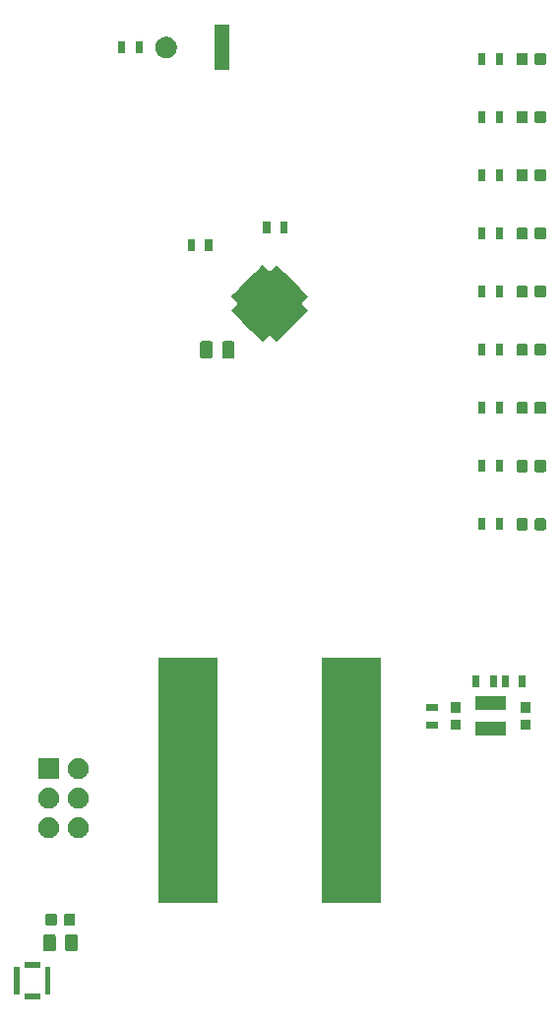
<source format=gbr>
G04 #@! TF.GenerationSoftware,KiCad,Pcbnew,(5.0.0-rc2-dev-668-g07e7340a9)*
G04 #@! TF.CreationDate,2018-12-11T17:55:09-05:00*
G04 #@! TF.ProjectId,BalancingBusinessCardLights,42616C616E63696E67427573696E6573,rev?*
G04 #@! TF.SameCoordinates,Original*
G04 #@! TF.FileFunction,Soldermask,Top*
G04 #@! TF.FilePolarity,Negative*
%FSLAX46Y46*%
G04 Gerber Fmt 4.6, Leading zero omitted, Abs format (unit mm)*
G04 Created by KiCad (PCBNEW (5.0.0-rc2-dev-668-g07e7340a9)) date 12/11/18 17:55:09*
%MOMM*%
%LPD*%
G01*
G04 APERTURE LIST*
%ADD10C,0.100000*%
G04 APERTURE END LIST*
D10*
G36*
X185753000Y-134830001D02*
X184397002Y-134830001D01*
X184397002Y-134372401D01*
X185753000Y-134372401D01*
X185753000Y-134830001D01*
X185753000Y-134830001D01*
G37*
G36*
X186650001Y-134433002D02*
X186192401Y-134433002D01*
X186192401Y-132077000D01*
X186650001Y-132077000D01*
X186650001Y-134433002D01*
X186650001Y-134433002D01*
G37*
G36*
X183957601Y-134433002D02*
X183500001Y-134433002D01*
X183500001Y-132077000D01*
X183957601Y-132077000D01*
X183957601Y-134433002D01*
X183957601Y-134433002D01*
G37*
G36*
X185753000Y-132137601D02*
X184397002Y-132137601D01*
X184397002Y-131680001D01*
X185753000Y-131680001D01*
X185753000Y-132137601D01*
X185753000Y-132137601D01*
G37*
G36*
X188809466Y-129253565D02*
X188848137Y-129265296D01*
X188883779Y-129284348D01*
X188915017Y-129309983D01*
X188940652Y-129341221D01*
X188959704Y-129376863D01*
X188971435Y-129415534D01*
X188976000Y-129461888D01*
X188976000Y-130538112D01*
X188971435Y-130584466D01*
X188959704Y-130623137D01*
X188940652Y-130658779D01*
X188915017Y-130690017D01*
X188883779Y-130715652D01*
X188848137Y-130734704D01*
X188809466Y-130746435D01*
X188763112Y-130751000D01*
X188111888Y-130751000D01*
X188065534Y-130746435D01*
X188026863Y-130734704D01*
X187991221Y-130715652D01*
X187959983Y-130690017D01*
X187934348Y-130658779D01*
X187915296Y-130623137D01*
X187903565Y-130584466D01*
X187899000Y-130538112D01*
X187899000Y-129461888D01*
X187903565Y-129415534D01*
X187915296Y-129376863D01*
X187934348Y-129341221D01*
X187959983Y-129309983D01*
X187991221Y-129284348D01*
X188026863Y-129265296D01*
X188065534Y-129253565D01*
X188111888Y-129249000D01*
X188763112Y-129249000D01*
X188809466Y-129253565D01*
X188809466Y-129253565D01*
G37*
G36*
X186934466Y-129253565D02*
X186973137Y-129265296D01*
X187008779Y-129284348D01*
X187040017Y-129309983D01*
X187065652Y-129341221D01*
X187084704Y-129376863D01*
X187096435Y-129415534D01*
X187101000Y-129461888D01*
X187101000Y-130538112D01*
X187096435Y-130584466D01*
X187084704Y-130623137D01*
X187065652Y-130658779D01*
X187040017Y-130690017D01*
X187008779Y-130715652D01*
X186973137Y-130734704D01*
X186934466Y-130746435D01*
X186888112Y-130751000D01*
X186236888Y-130751000D01*
X186190534Y-130746435D01*
X186151863Y-130734704D01*
X186116221Y-130715652D01*
X186084983Y-130690017D01*
X186059348Y-130658779D01*
X186040296Y-130623137D01*
X186028565Y-130584466D01*
X186024000Y-130538112D01*
X186024000Y-129461888D01*
X186028565Y-129415534D01*
X186040296Y-129376863D01*
X186059348Y-129341221D01*
X186084983Y-129309983D01*
X186116221Y-129284348D01*
X186151863Y-129265296D01*
X186190534Y-129253565D01*
X186236888Y-129249000D01*
X186888112Y-129249000D01*
X186934466Y-129253565D01*
X186934466Y-129253565D01*
G37*
G36*
X187054591Y-127478085D02*
X187088569Y-127488393D01*
X187119887Y-127505133D01*
X187147339Y-127527661D01*
X187169867Y-127555113D01*
X187186607Y-127586431D01*
X187196915Y-127620409D01*
X187201000Y-127661890D01*
X187201000Y-128338110D01*
X187196915Y-128379591D01*
X187186607Y-128413569D01*
X187169867Y-128444887D01*
X187147339Y-128472339D01*
X187119887Y-128494867D01*
X187088569Y-128511607D01*
X187054591Y-128521915D01*
X187013110Y-128526000D01*
X186411890Y-128526000D01*
X186370409Y-128521915D01*
X186336431Y-128511607D01*
X186305113Y-128494867D01*
X186277661Y-128472339D01*
X186255133Y-128444887D01*
X186238393Y-128413569D01*
X186228085Y-128379591D01*
X186224000Y-128338110D01*
X186224000Y-127661890D01*
X186228085Y-127620409D01*
X186238393Y-127586431D01*
X186255133Y-127555113D01*
X186277661Y-127527661D01*
X186305113Y-127505133D01*
X186336431Y-127488393D01*
X186370409Y-127478085D01*
X186411890Y-127474000D01*
X187013110Y-127474000D01*
X187054591Y-127478085D01*
X187054591Y-127478085D01*
G37*
G36*
X188629591Y-127478085D02*
X188663569Y-127488393D01*
X188694887Y-127505133D01*
X188722339Y-127527661D01*
X188744867Y-127555113D01*
X188761607Y-127586431D01*
X188771915Y-127620409D01*
X188776000Y-127661890D01*
X188776000Y-128338110D01*
X188771915Y-128379591D01*
X188761607Y-128413569D01*
X188744867Y-128444887D01*
X188722339Y-128472339D01*
X188694887Y-128494867D01*
X188663569Y-128511607D01*
X188629591Y-128521915D01*
X188588110Y-128526000D01*
X187986890Y-128526000D01*
X187945409Y-128521915D01*
X187911431Y-128511607D01*
X187880113Y-128494867D01*
X187852661Y-128472339D01*
X187830133Y-128444887D01*
X187813393Y-128413569D01*
X187803085Y-128379591D01*
X187799000Y-128338110D01*
X187799000Y-127661890D01*
X187803085Y-127620409D01*
X187813393Y-127586431D01*
X187830133Y-127555113D01*
X187852661Y-127527661D01*
X187880113Y-127505133D01*
X187911431Y-127488393D01*
X187945409Y-127478085D01*
X187986890Y-127474000D01*
X188588110Y-127474000D01*
X188629591Y-127478085D01*
X188629591Y-127478085D01*
G37*
G36*
X215051000Y-126551000D02*
X209949000Y-126551000D01*
X209949000Y-105449000D01*
X215051000Y-105449000D01*
X215051000Y-126551000D01*
X215051000Y-126551000D01*
G37*
G36*
X201051000Y-126551000D02*
X195949000Y-126551000D01*
X195949000Y-105449000D01*
X201051000Y-105449000D01*
X201051000Y-126551000D01*
X201051000Y-126551000D01*
G37*
G36*
X189150443Y-119185519D02*
X189216627Y-119192037D01*
X189329853Y-119226384D01*
X189386467Y-119243557D01*
X189525087Y-119317652D01*
X189542991Y-119327222D01*
X189578729Y-119356552D01*
X189680186Y-119439814D01*
X189763448Y-119541271D01*
X189792778Y-119577009D01*
X189792779Y-119577011D01*
X189876443Y-119733533D01*
X189876443Y-119733534D01*
X189927963Y-119903373D01*
X189945359Y-120080000D01*
X189927963Y-120256627D01*
X189893616Y-120369853D01*
X189876443Y-120426467D01*
X189802348Y-120565087D01*
X189792778Y-120582991D01*
X189763448Y-120618729D01*
X189680186Y-120720186D01*
X189578729Y-120803448D01*
X189542991Y-120832778D01*
X189542989Y-120832779D01*
X189386467Y-120916443D01*
X189329853Y-120933616D01*
X189216627Y-120967963D01*
X189150443Y-120974481D01*
X189084260Y-120981000D01*
X188995740Y-120981000D01*
X188929557Y-120974481D01*
X188863373Y-120967963D01*
X188750147Y-120933616D01*
X188693533Y-120916443D01*
X188537011Y-120832779D01*
X188537009Y-120832778D01*
X188501271Y-120803448D01*
X188399814Y-120720186D01*
X188316552Y-120618729D01*
X188287222Y-120582991D01*
X188277652Y-120565087D01*
X188203557Y-120426467D01*
X188186384Y-120369853D01*
X188152037Y-120256627D01*
X188134641Y-120080000D01*
X188152037Y-119903373D01*
X188203557Y-119733534D01*
X188203557Y-119733533D01*
X188287221Y-119577011D01*
X188287222Y-119577009D01*
X188316552Y-119541271D01*
X188399814Y-119439814D01*
X188501271Y-119356552D01*
X188537009Y-119327222D01*
X188554913Y-119317652D01*
X188693533Y-119243557D01*
X188750147Y-119226384D01*
X188863373Y-119192037D01*
X188929557Y-119185519D01*
X188995740Y-119179000D01*
X189084260Y-119179000D01*
X189150443Y-119185519D01*
X189150443Y-119185519D01*
G37*
G36*
X186610443Y-119185519D02*
X186676627Y-119192037D01*
X186789853Y-119226384D01*
X186846467Y-119243557D01*
X186985087Y-119317652D01*
X187002991Y-119327222D01*
X187038729Y-119356552D01*
X187140186Y-119439814D01*
X187223448Y-119541271D01*
X187252778Y-119577009D01*
X187252779Y-119577011D01*
X187336443Y-119733533D01*
X187336443Y-119733534D01*
X187387963Y-119903373D01*
X187405359Y-120080000D01*
X187387963Y-120256627D01*
X187353616Y-120369853D01*
X187336443Y-120426467D01*
X187262348Y-120565087D01*
X187252778Y-120582991D01*
X187223448Y-120618729D01*
X187140186Y-120720186D01*
X187038729Y-120803448D01*
X187002991Y-120832778D01*
X187002989Y-120832779D01*
X186846467Y-120916443D01*
X186789853Y-120933616D01*
X186676627Y-120967963D01*
X186610443Y-120974481D01*
X186544260Y-120981000D01*
X186455740Y-120981000D01*
X186389557Y-120974481D01*
X186323373Y-120967963D01*
X186210147Y-120933616D01*
X186153533Y-120916443D01*
X185997011Y-120832779D01*
X185997009Y-120832778D01*
X185961271Y-120803448D01*
X185859814Y-120720186D01*
X185776552Y-120618729D01*
X185747222Y-120582991D01*
X185737652Y-120565087D01*
X185663557Y-120426467D01*
X185646384Y-120369853D01*
X185612037Y-120256627D01*
X185594641Y-120080000D01*
X185612037Y-119903373D01*
X185663557Y-119733534D01*
X185663557Y-119733533D01*
X185747221Y-119577011D01*
X185747222Y-119577009D01*
X185776552Y-119541271D01*
X185859814Y-119439814D01*
X185961271Y-119356552D01*
X185997009Y-119327222D01*
X186014913Y-119317652D01*
X186153533Y-119243557D01*
X186210147Y-119226384D01*
X186323373Y-119192037D01*
X186389557Y-119185519D01*
X186455740Y-119179000D01*
X186544260Y-119179000D01*
X186610443Y-119185519D01*
X186610443Y-119185519D01*
G37*
G36*
X189150442Y-116645518D02*
X189216627Y-116652037D01*
X189329853Y-116686384D01*
X189386467Y-116703557D01*
X189525087Y-116777652D01*
X189542991Y-116787222D01*
X189578729Y-116816552D01*
X189680186Y-116899814D01*
X189763448Y-117001271D01*
X189792778Y-117037009D01*
X189792779Y-117037011D01*
X189876443Y-117193533D01*
X189876443Y-117193534D01*
X189927963Y-117363373D01*
X189945359Y-117540000D01*
X189927963Y-117716627D01*
X189893616Y-117829853D01*
X189876443Y-117886467D01*
X189802348Y-118025087D01*
X189792778Y-118042991D01*
X189763448Y-118078729D01*
X189680186Y-118180186D01*
X189578729Y-118263448D01*
X189542991Y-118292778D01*
X189542989Y-118292779D01*
X189386467Y-118376443D01*
X189329853Y-118393616D01*
X189216627Y-118427963D01*
X189150442Y-118434482D01*
X189084260Y-118441000D01*
X188995740Y-118441000D01*
X188929558Y-118434482D01*
X188863373Y-118427963D01*
X188750147Y-118393616D01*
X188693533Y-118376443D01*
X188537011Y-118292779D01*
X188537009Y-118292778D01*
X188501271Y-118263448D01*
X188399814Y-118180186D01*
X188316552Y-118078729D01*
X188287222Y-118042991D01*
X188277652Y-118025087D01*
X188203557Y-117886467D01*
X188186384Y-117829853D01*
X188152037Y-117716627D01*
X188134641Y-117540000D01*
X188152037Y-117363373D01*
X188203557Y-117193534D01*
X188203557Y-117193533D01*
X188287221Y-117037011D01*
X188287222Y-117037009D01*
X188316552Y-117001271D01*
X188399814Y-116899814D01*
X188501271Y-116816552D01*
X188537009Y-116787222D01*
X188554913Y-116777652D01*
X188693533Y-116703557D01*
X188750147Y-116686384D01*
X188863373Y-116652037D01*
X188929558Y-116645518D01*
X188995740Y-116639000D01*
X189084260Y-116639000D01*
X189150442Y-116645518D01*
X189150442Y-116645518D01*
G37*
G36*
X186610442Y-116645518D02*
X186676627Y-116652037D01*
X186789853Y-116686384D01*
X186846467Y-116703557D01*
X186985087Y-116777652D01*
X187002991Y-116787222D01*
X187038729Y-116816552D01*
X187140186Y-116899814D01*
X187223448Y-117001271D01*
X187252778Y-117037009D01*
X187252779Y-117037011D01*
X187336443Y-117193533D01*
X187336443Y-117193534D01*
X187387963Y-117363373D01*
X187405359Y-117540000D01*
X187387963Y-117716627D01*
X187353616Y-117829853D01*
X187336443Y-117886467D01*
X187262348Y-118025087D01*
X187252778Y-118042991D01*
X187223448Y-118078729D01*
X187140186Y-118180186D01*
X187038729Y-118263448D01*
X187002991Y-118292778D01*
X187002989Y-118292779D01*
X186846467Y-118376443D01*
X186789853Y-118393616D01*
X186676627Y-118427963D01*
X186610442Y-118434482D01*
X186544260Y-118441000D01*
X186455740Y-118441000D01*
X186389558Y-118434482D01*
X186323373Y-118427963D01*
X186210147Y-118393616D01*
X186153533Y-118376443D01*
X185997011Y-118292779D01*
X185997009Y-118292778D01*
X185961271Y-118263448D01*
X185859814Y-118180186D01*
X185776552Y-118078729D01*
X185747222Y-118042991D01*
X185737652Y-118025087D01*
X185663557Y-117886467D01*
X185646384Y-117829853D01*
X185612037Y-117716627D01*
X185594641Y-117540000D01*
X185612037Y-117363373D01*
X185663557Y-117193534D01*
X185663557Y-117193533D01*
X185747221Y-117037011D01*
X185747222Y-117037009D01*
X185776552Y-117001271D01*
X185859814Y-116899814D01*
X185961271Y-116816552D01*
X185997009Y-116787222D01*
X186014913Y-116777652D01*
X186153533Y-116703557D01*
X186210147Y-116686384D01*
X186323373Y-116652037D01*
X186389558Y-116645518D01*
X186455740Y-116639000D01*
X186544260Y-116639000D01*
X186610442Y-116645518D01*
X186610442Y-116645518D01*
G37*
G36*
X187401000Y-115901000D02*
X185599000Y-115901000D01*
X185599000Y-114099000D01*
X187401000Y-114099000D01*
X187401000Y-115901000D01*
X187401000Y-115901000D01*
G37*
G36*
X189150443Y-114105519D02*
X189216627Y-114112037D01*
X189329853Y-114146384D01*
X189386467Y-114163557D01*
X189525087Y-114237652D01*
X189542991Y-114247222D01*
X189578729Y-114276552D01*
X189680186Y-114359814D01*
X189763448Y-114461271D01*
X189792778Y-114497009D01*
X189792779Y-114497011D01*
X189876443Y-114653533D01*
X189876443Y-114653534D01*
X189927963Y-114823373D01*
X189945359Y-115000000D01*
X189927963Y-115176627D01*
X189893616Y-115289853D01*
X189876443Y-115346467D01*
X189802348Y-115485087D01*
X189792778Y-115502991D01*
X189763448Y-115538729D01*
X189680186Y-115640186D01*
X189578729Y-115723448D01*
X189542991Y-115752778D01*
X189542989Y-115752779D01*
X189386467Y-115836443D01*
X189329853Y-115853616D01*
X189216627Y-115887963D01*
X189150443Y-115894481D01*
X189084260Y-115901000D01*
X188995740Y-115901000D01*
X188929557Y-115894481D01*
X188863373Y-115887963D01*
X188750147Y-115853616D01*
X188693533Y-115836443D01*
X188537011Y-115752779D01*
X188537009Y-115752778D01*
X188501271Y-115723448D01*
X188399814Y-115640186D01*
X188316552Y-115538729D01*
X188287222Y-115502991D01*
X188277652Y-115485087D01*
X188203557Y-115346467D01*
X188186384Y-115289853D01*
X188152037Y-115176627D01*
X188134641Y-115000000D01*
X188152037Y-114823373D01*
X188203557Y-114653534D01*
X188203557Y-114653533D01*
X188287221Y-114497011D01*
X188287222Y-114497009D01*
X188316552Y-114461271D01*
X188399814Y-114359814D01*
X188501271Y-114276552D01*
X188537009Y-114247222D01*
X188554913Y-114237652D01*
X188693533Y-114163557D01*
X188750147Y-114146384D01*
X188863373Y-114112037D01*
X188929557Y-114105519D01*
X188995740Y-114099000D01*
X189084260Y-114099000D01*
X189150443Y-114105519D01*
X189150443Y-114105519D01*
G37*
G36*
X225826000Y-112181000D02*
X223174000Y-112181000D01*
X223174000Y-111019000D01*
X225826000Y-111019000D01*
X225826000Y-112181000D01*
X225826000Y-112181000D01*
G37*
G36*
X221926000Y-111701000D02*
X221074000Y-111701000D01*
X221074000Y-110799000D01*
X221926000Y-110799000D01*
X221926000Y-111701000D01*
X221926000Y-111701000D01*
G37*
G36*
X227926000Y-111701000D02*
X227074000Y-111701000D01*
X227074000Y-110799000D01*
X227926000Y-110799000D01*
X227926000Y-111701000D01*
X227926000Y-111701000D01*
G37*
G36*
X220001000Y-111551000D02*
X218999000Y-111551000D01*
X218999000Y-110949000D01*
X220001000Y-110949000D01*
X220001000Y-111551000D01*
X220001000Y-111551000D01*
G37*
G36*
X221926000Y-110201000D02*
X221074000Y-110201000D01*
X221074000Y-109299000D01*
X221926000Y-109299000D01*
X221926000Y-110201000D01*
X221926000Y-110201000D01*
G37*
G36*
X227926000Y-110201000D02*
X227074000Y-110201000D01*
X227074000Y-109299000D01*
X227926000Y-109299000D01*
X227926000Y-110201000D01*
X227926000Y-110201000D01*
G37*
G36*
X220001000Y-110051000D02*
X218999000Y-110051000D01*
X218999000Y-109449000D01*
X220001000Y-109449000D01*
X220001000Y-110051000D01*
X220001000Y-110051000D01*
G37*
G36*
X225826000Y-109981000D02*
X223174000Y-109981000D01*
X223174000Y-108819000D01*
X225826000Y-108819000D01*
X225826000Y-109981000D01*
X225826000Y-109981000D01*
G37*
G36*
X227551000Y-108001000D02*
X226949000Y-108001000D01*
X226949000Y-106999000D01*
X227551000Y-106999000D01*
X227551000Y-108001000D01*
X227551000Y-108001000D01*
G37*
G36*
X226051000Y-108001000D02*
X225449000Y-108001000D01*
X225449000Y-106999000D01*
X226051000Y-106999000D01*
X226051000Y-108001000D01*
X226051000Y-108001000D01*
G37*
G36*
X225051000Y-108001000D02*
X224449000Y-108001000D01*
X224449000Y-106999000D01*
X225051000Y-106999000D01*
X225051000Y-108001000D01*
X225051000Y-108001000D01*
G37*
G36*
X223551000Y-108001000D02*
X222949000Y-108001000D01*
X222949000Y-106999000D01*
X223551000Y-106999000D01*
X223551000Y-108001000D01*
X223551000Y-108001000D01*
G37*
G36*
X229129591Y-93478085D02*
X229163569Y-93488393D01*
X229194887Y-93505133D01*
X229222339Y-93527661D01*
X229244867Y-93555113D01*
X229261607Y-93586431D01*
X229271915Y-93620409D01*
X229276000Y-93661890D01*
X229276000Y-94338110D01*
X229271915Y-94379591D01*
X229261607Y-94413569D01*
X229244867Y-94444887D01*
X229222339Y-94472339D01*
X229194887Y-94494867D01*
X229163569Y-94511607D01*
X229129591Y-94521915D01*
X229088110Y-94526000D01*
X228486890Y-94526000D01*
X228445409Y-94521915D01*
X228411431Y-94511607D01*
X228380113Y-94494867D01*
X228352661Y-94472339D01*
X228330133Y-94444887D01*
X228313393Y-94413569D01*
X228303085Y-94379591D01*
X228299000Y-94338110D01*
X228299000Y-93661890D01*
X228303085Y-93620409D01*
X228313393Y-93586431D01*
X228330133Y-93555113D01*
X228352661Y-93527661D01*
X228380113Y-93505133D01*
X228411431Y-93488393D01*
X228445409Y-93478085D01*
X228486890Y-93474000D01*
X229088110Y-93474000D01*
X229129591Y-93478085D01*
X229129591Y-93478085D01*
G37*
G36*
X227554591Y-93478085D02*
X227588569Y-93488393D01*
X227619887Y-93505133D01*
X227647339Y-93527661D01*
X227669867Y-93555113D01*
X227686607Y-93586431D01*
X227696915Y-93620409D01*
X227701000Y-93661890D01*
X227701000Y-94338110D01*
X227696915Y-94379591D01*
X227686607Y-94413569D01*
X227669867Y-94444887D01*
X227647339Y-94472339D01*
X227619887Y-94494867D01*
X227588569Y-94511607D01*
X227554591Y-94521915D01*
X227513110Y-94526000D01*
X226911890Y-94526000D01*
X226870409Y-94521915D01*
X226836431Y-94511607D01*
X226805113Y-94494867D01*
X226777661Y-94472339D01*
X226755133Y-94444887D01*
X226738393Y-94413569D01*
X226728085Y-94379591D01*
X226724000Y-94338110D01*
X226724000Y-93661890D01*
X226728085Y-93620409D01*
X226738393Y-93586431D01*
X226755133Y-93555113D01*
X226777661Y-93527661D01*
X226805113Y-93505133D01*
X226836431Y-93488393D01*
X226870409Y-93478085D01*
X226911890Y-93474000D01*
X227513110Y-93474000D01*
X227554591Y-93478085D01*
X227554591Y-93478085D01*
G37*
G36*
X225551000Y-94501000D02*
X224949000Y-94501000D01*
X224949000Y-93499000D01*
X225551000Y-93499000D01*
X225551000Y-94501000D01*
X225551000Y-94501000D01*
G37*
G36*
X224051000Y-94501000D02*
X223449000Y-94501000D01*
X223449000Y-93499000D01*
X224051000Y-93499000D01*
X224051000Y-94501000D01*
X224051000Y-94501000D01*
G37*
G36*
X227554591Y-88478085D02*
X227588569Y-88488393D01*
X227619887Y-88505133D01*
X227647339Y-88527661D01*
X227669867Y-88555113D01*
X227686607Y-88586431D01*
X227696915Y-88620409D01*
X227701000Y-88661890D01*
X227701000Y-89338110D01*
X227696915Y-89379591D01*
X227686607Y-89413569D01*
X227669867Y-89444887D01*
X227647339Y-89472339D01*
X227619887Y-89494867D01*
X227588569Y-89511607D01*
X227554591Y-89521915D01*
X227513110Y-89526000D01*
X226911890Y-89526000D01*
X226870409Y-89521915D01*
X226836431Y-89511607D01*
X226805113Y-89494867D01*
X226777661Y-89472339D01*
X226755133Y-89444887D01*
X226738393Y-89413569D01*
X226728085Y-89379591D01*
X226724000Y-89338110D01*
X226724000Y-88661890D01*
X226728085Y-88620409D01*
X226738393Y-88586431D01*
X226755133Y-88555113D01*
X226777661Y-88527661D01*
X226805113Y-88505133D01*
X226836431Y-88488393D01*
X226870409Y-88478085D01*
X226911890Y-88474000D01*
X227513110Y-88474000D01*
X227554591Y-88478085D01*
X227554591Y-88478085D01*
G37*
G36*
X229129591Y-88478085D02*
X229163569Y-88488393D01*
X229194887Y-88505133D01*
X229222339Y-88527661D01*
X229244867Y-88555113D01*
X229261607Y-88586431D01*
X229271915Y-88620409D01*
X229276000Y-88661890D01*
X229276000Y-89338110D01*
X229271915Y-89379591D01*
X229261607Y-89413569D01*
X229244867Y-89444887D01*
X229222339Y-89472339D01*
X229194887Y-89494867D01*
X229163569Y-89511607D01*
X229129591Y-89521915D01*
X229088110Y-89526000D01*
X228486890Y-89526000D01*
X228445409Y-89521915D01*
X228411431Y-89511607D01*
X228380113Y-89494867D01*
X228352661Y-89472339D01*
X228330133Y-89444887D01*
X228313393Y-89413569D01*
X228303085Y-89379591D01*
X228299000Y-89338110D01*
X228299000Y-88661890D01*
X228303085Y-88620409D01*
X228313393Y-88586431D01*
X228330133Y-88555113D01*
X228352661Y-88527661D01*
X228380113Y-88505133D01*
X228411431Y-88488393D01*
X228445409Y-88478085D01*
X228486890Y-88474000D01*
X229088110Y-88474000D01*
X229129591Y-88478085D01*
X229129591Y-88478085D01*
G37*
G36*
X225551000Y-89501000D02*
X224949000Y-89501000D01*
X224949000Y-88499000D01*
X225551000Y-88499000D01*
X225551000Y-89501000D01*
X225551000Y-89501000D01*
G37*
G36*
X224051000Y-89501000D02*
X223449000Y-89501000D01*
X223449000Y-88499000D01*
X224051000Y-88499000D01*
X224051000Y-89501000D01*
X224051000Y-89501000D01*
G37*
G36*
X227554591Y-83478085D02*
X227588569Y-83488393D01*
X227619887Y-83505133D01*
X227647339Y-83527661D01*
X227669867Y-83555113D01*
X227686607Y-83586431D01*
X227696915Y-83620409D01*
X227701000Y-83661890D01*
X227701000Y-84338110D01*
X227696915Y-84379591D01*
X227686607Y-84413569D01*
X227669867Y-84444887D01*
X227647339Y-84472339D01*
X227619887Y-84494867D01*
X227588569Y-84511607D01*
X227554591Y-84521915D01*
X227513110Y-84526000D01*
X226911890Y-84526000D01*
X226870409Y-84521915D01*
X226836431Y-84511607D01*
X226805113Y-84494867D01*
X226777661Y-84472339D01*
X226755133Y-84444887D01*
X226738393Y-84413569D01*
X226728085Y-84379591D01*
X226724000Y-84338110D01*
X226724000Y-83661890D01*
X226728085Y-83620409D01*
X226738393Y-83586431D01*
X226755133Y-83555113D01*
X226777661Y-83527661D01*
X226805113Y-83505133D01*
X226836431Y-83488393D01*
X226870409Y-83478085D01*
X226911890Y-83474000D01*
X227513110Y-83474000D01*
X227554591Y-83478085D01*
X227554591Y-83478085D01*
G37*
G36*
X229129591Y-83478085D02*
X229163569Y-83488393D01*
X229194887Y-83505133D01*
X229222339Y-83527661D01*
X229244867Y-83555113D01*
X229261607Y-83586431D01*
X229271915Y-83620409D01*
X229276000Y-83661890D01*
X229276000Y-84338110D01*
X229271915Y-84379591D01*
X229261607Y-84413569D01*
X229244867Y-84444887D01*
X229222339Y-84472339D01*
X229194887Y-84494867D01*
X229163569Y-84511607D01*
X229129591Y-84521915D01*
X229088110Y-84526000D01*
X228486890Y-84526000D01*
X228445409Y-84521915D01*
X228411431Y-84511607D01*
X228380113Y-84494867D01*
X228352661Y-84472339D01*
X228330133Y-84444887D01*
X228313393Y-84413569D01*
X228303085Y-84379591D01*
X228299000Y-84338110D01*
X228299000Y-83661890D01*
X228303085Y-83620409D01*
X228313393Y-83586431D01*
X228330133Y-83555113D01*
X228352661Y-83527661D01*
X228380113Y-83505133D01*
X228411431Y-83488393D01*
X228445409Y-83478085D01*
X228486890Y-83474000D01*
X229088110Y-83474000D01*
X229129591Y-83478085D01*
X229129591Y-83478085D01*
G37*
G36*
X225551000Y-84501000D02*
X224949000Y-84501000D01*
X224949000Y-83499000D01*
X225551000Y-83499000D01*
X225551000Y-84501000D01*
X225551000Y-84501000D01*
G37*
G36*
X224051000Y-84501000D02*
X223449000Y-84501000D01*
X223449000Y-83499000D01*
X224051000Y-83499000D01*
X224051000Y-84501000D01*
X224051000Y-84501000D01*
G37*
G36*
X200434466Y-78253565D02*
X200473137Y-78265296D01*
X200508779Y-78284348D01*
X200540017Y-78309983D01*
X200565652Y-78341221D01*
X200584704Y-78376863D01*
X200596435Y-78415534D01*
X200601000Y-78461888D01*
X200601000Y-79538112D01*
X200596435Y-79584466D01*
X200584704Y-79623137D01*
X200565652Y-79658779D01*
X200540017Y-79690017D01*
X200508779Y-79715652D01*
X200473137Y-79734704D01*
X200434466Y-79746435D01*
X200388112Y-79751000D01*
X199736888Y-79751000D01*
X199690534Y-79746435D01*
X199651863Y-79734704D01*
X199616221Y-79715652D01*
X199584983Y-79690017D01*
X199559348Y-79658779D01*
X199540296Y-79623137D01*
X199528565Y-79584466D01*
X199524000Y-79538112D01*
X199524000Y-78461888D01*
X199528565Y-78415534D01*
X199540296Y-78376863D01*
X199559348Y-78341221D01*
X199584983Y-78309983D01*
X199616221Y-78284348D01*
X199651863Y-78265296D01*
X199690534Y-78253565D01*
X199736888Y-78249000D01*
X200388112Y-78249000D01*
X200434466Y-78253565D01*
X200434466Y-78253565D01*
G37*
G36*
X202309466Y-78253565D02*
X202348137Y-78265296D01*
X202383779Y-78284348D01*
X202415017Y-78309983D01*
X202440652Y-78341221D01*
X202459704Y-78376863D01*
X202471435Y-78415534D01*
X202476000Y-78461888D01*
X202476000Y-79538112D01*
X202471435Y-79584466D01*
X202459704Y-79623137D01*
X202440652Y-79658779D01*
X202415017Y-79690017D01*
X202383779Y-79715652D01*
X202348137Y-79734704D01*
X202309466Y-79746435D01*
X202263112Y-79751000D01*
X201611888Y-79751000D01*
X201565534Y-79746435D01*
X201526863Y-79734704D01*
X201491221Y-79715652D01*
X201459983Y-79690017D01*
X201434348Y-79658779D01*
X201415296Y-79623137D01*
X201403565Y-79584466D01*
X201399000Y-79538112D01*
X201399000Y-78461888D01*
X201403565Y-78415534D01*
X201415296Y-78376863D01*
X201434348Y-78341221D01*
X201459983Y-78309983D01*
X201491221Y-78284348D01*
X201526863Y-78265296D01*
X201565534Y-78253565D01*
X201611888Y-78249000D01*
X202263112Y-78249000D01*
X202309466Y-78253565D01*
X202309466Y-78253565D01*
G37*
G36*
X229129591Y-78478085D02*
X229163569Y-78488393D01*
X229194887Y-78505133D01*
X229222339Y-78527661D01*
X229244867Y-78555113D01*
X229261607Y-78586431D01*
X229271915Y-78620409D01*
X229276000Y-78661890D01*
X229276000Y-79338110D01*
X229271915Y-79379591D01*
X229261607Y-79413569D01*
X229244867Y-79444887D01*
X229222339Y-79472339D01*
X229194887Y-79494867D01*
X229163569Y-79511607D01*
X229129591Y-79521915D01*
X229088110Y-79526000D01*
X228486890Y-79526000D01*
X228445409Y-79521915D01*
X228411431Y-79511607D01*
X228380113Y-79494867D01*
X228352661Y-79472339D01*
X228330133Y-79444887D01*
X228313393Y-79413569D01*
X228303085Y-79379591D01*
X228299000Y-79338110D01*
X228299000Y-78661890D01*
X228303085Y-78620409D01*
X228313393Y-78586431D01*
X228330133Y-78555113D01*
X228352661Y-78527661D01*
X228380113Y-78505133D01*
X228411431Y-78488393D01*
X228445409Y-78478085D01*
X228486890Y-78474000D01*
X229088110Y-78474000D01*
X229129591Y-78478085D01*
X229129591Y-78478085D01*
G37*
G36*
X227554591Y-78478085D02*
X227588569Y-78488393D01*
X227619887Y-78505133D01*
X227647339Y-78527661D01*
X227669867Y-78555113D01*
X227686607Y-78586431D01*
X227696915Y-78620409D01*
X227701000Y-78661890D01*
X227701000Y-79338110D01*
X227696915Y-79379591D01*
X227686607Y-79413569D01*
X227669867Y-79444887D01*
X227647339Y-79472339D01*
X227619887Y-79494867D01*
X227588569Y-79511607D01*
X227554591Y-79521915D01*
X227513110Y-79526000D01*
X226911890Y-79526000D01*
X226870409Y-79521915D01*
X226836431Y-79511607D01*
X226805113Y-79494867D01*
X226777661Y-79472339D01*
X226755133Y-79444887D01*
X226738393Y-79413569D01*
X226728085Y-79379591D01*
X226724000Y-79338110D01*
X226724000Y-78661890D01*
X226728085Y-78620409D01*
X226738393Y-78586431D01*
X226755133Y-78555113D01*
X226777661Y-78527661D01*
X226805113Y-78505133D01*
X226836431Y-78488393D01*
X226870409Y-78478085D01*
X226911890Y-78474000D01*
X227513110Y-78474000D01*
X227554591Y-78478085D01*
X227554591Y-78478085D01*
G37*
G36*
X224051000Y-79501000D02*
X223449000Y-79501000D01*
X223449000Y-78499000D01*
X224051000Y-78499000D01*
X224051000Y-79501000D01*
X224051000Y-79501000D01*
G37*
G36*
X225551000Y-79501000D02*
X224949000Y-79501000D01*
X224949000Y-78499000D01*
X225551000Y-78499000D01*
X225551000Y-79501000D01*
X225551000Y-79501000D01*
G37*
G36*
X206383884Y-71922672D02*
X206383890Y-71922677D01*
X206809557Y-72348344D01*
X206809562Y-72348350D01*
X207090991Y-72629779D01*
X207090997Y-72629784D01*
X207870217Y-73409004D01*
X207870222Y-73409010D01*
X208151651Y-73690439D01*
X208151657Y-73690444D01*
X208577324Y-74116111D01*
X208577329Y-74116117D01*
X208842494Y-74381282D01*
X208312164Y-74911612D01*
X208296618Y-74930554D01*
X208285067Y-74952165D01*
X208277954Y-74975614D01*
X208275552Y-75000000D01*
X208277954Y-75024386D01*
X208285067Y-75047835D01*
X208296618Y-75069446D01*
X208312164Y-75088388D01*
X208842494Y-75618718D01*
X208577329Y-75883884D01*
X206383884Y-78077329D01*
X206118718Y-78342494D01*
X205588388Y-77812164D01*
X205569446Y-77796618D01*
X205547835Y-77785067D01*
X205524386Y-77777954D01*
X205500000Y-77775552D01*
X205475614Y-77777954D01*
X205452165Y-77785067D01*
X205430554Y-77796618D01*
X205411612Y-77812164D01*
X204881282Y-78342494D01*
X204616117Y-78077329D01*
X204616111Y-78077324D01*
X204190444Y-77651657D01*
X204190439Y-77651651D01*
X203909010Y-77370222D01*
X203909004Y-77370217D01*
X203129784Y-76590997D01*
X203129779Y-76590991D01*
X202848350Y-76309562D01*
X202848344Y-76309557D01*
X202422677Y-75883890D01*
X202422672Y-75883884D01*
X202157506Y-75618718D01*
X202687836Y-75088388D01*
X202703382Y-75069446D01*
X202714933Y-75047835D01*
X202722046Y-75024386D01*
X202724448Y-75000000D01*
X202722046Y-74975614D01*
X202714933Y-74952165D01*
X202703382Y-74930554D01*
X202687836Y-74911612D01*
X202157506Y-74381282D01*
X202406408Y-74132380D01*
X202422672Y-74116117D01*
X202422681Y-74116106D01*
X202848339Y-73690448D01*
X202848350Y-73690439D01*
X202864614Y-73674176D01*
X202864613Y-73674175D01*
X203113515Y-73425273D01*
X203113516Y-73425274D01*
X203129779Y-73409010D01*
X203129788Y-73408999D01*
X203908999Y-72629788D01*
X203909010Y-72629779D01*
X203925274Y-72613516D01*
X203925273Y-72613515D01*
X204174175Y-72364613D01*
X204174176Y-72364614D01*
X204190439Y-72348350D01*
X204190448Y-72348339D01*
X204616106Y-71922681D01*
X204616117Y-71922672D01*
X204632380Y-71906408D01*
X204881282Y-71657506D01*
X205411612Y-72187836D01*
X205430554Y-72203382D01*
X205452165Y-72214933D01*
X205475614Y-72222046D01*
X205500000Y-72224448D01*
X205524386Y-72222046D01*
X205547835Y-72214933D01*
X205569446Y-72203382D01*
X205588388Y-72187836D01*
X206118718Y-71657506D01*
X206383884Y-71922672D01*
X206383884Y-71922672D01*
G37*
G36*
X229129591Y-73478085D02*
X229163569Y-73488393D01*
X229194887Y-73505133D01*
X229222339Y-73527661D01*
X229244867Y-73555113D01*
X229261607Y-73586431D01*
X229271915Y-73620409D01*
X229276000Y-73661890D01*
X229276000Y-74338110D01*
X229271915Y-74379591D01*
X229261607Y-74413569D01*
X229244867Y-74444887D01*
X229222339Y-74472339D01*
X229194887Y-74494867D01*
X229163569Y-74511607D01*
X229129591Y-74521915D01*
X229088110Y-74526000D01*
X228486890Y-74526000D01*
X228445409Y-74521915D01*
X228411431Y-74511607D01*
X228380113Y-74494867D01*
X228352661Y-74472339D01*
X228330133Y-74444887D01*
X228313393Y-74413569D01*
X228303085Y-74379591D01*
X228299000Y-74338110D01*
X228299000Y-73661890D01*
X228303085Y-73620409D01*
X228313393Y-73586431D01*
X228330133Y-73555113D01*
X228352661Y-73527661D01*
X228380113Y-73505133D01*
X228411431Y-73488393D01*
X228445409Y-73478085D01*
X228486890Y-73474000D01*
X229088110Y-73474000D01*
X229129591Y-73478085D01*
X229129591Y-73478085D01*
G37*
G36*
X227554591Y-73478085D02*
X227588569Y-73488393D01*
X227619887Y-73505133D01*
X227647339Y-73527661D01*
X227669867Y-73555113D01*
X227686607Y-73586431D01*
X227696915Y-73620409D01*
X227701000Y-73661890D01*
X227701000Y-74338110D01*
X227696915Y-74379591D01*
X227686607Y-74413569D01*
X227669867Y-74444887D01*
X227647339Y-74472339D01*
X227619887Y-74494867D01*
X227588569Y-74511607D01*
X227554591Y-74521915D01*
X227513110Y-74526000D01*
X226911890Y-74526000D01*
X226870409Y-74521915D01*
X226836431Y-74511607D01*
X226805113Y-74494867D01*
X226777661Y-74472339D01*
X226755133Y-74444887D01*
X226738393Y-74413569D01*
X226728085Y-74379591D01*
X226724000Y-74338110D01*
X226724000Y-73661890D01*
X226728085Y-73620409D01*
X226738393Y-73586431D01*
X226755133Y-73555113D01*
X226777661Y-73527661D01*
X226805113Y-73505133D01*
X226836431Y-73488393D01*
X226870409Y-73478085D01*
X226911890Y-73474000D01*
X227513110Y-73474000D01*
X227554591Y-73478085D01*
X227554591Y-73478085D01*
G37*
G36*
X224051000Y-74501000D02*
X223449000Y-74501000D01*
X223449000Y-73499000D01*
X224051000Y-73499000D01*
X224051000Y-74501000D01*
X224051000Y-74501000D01*
G37*
G36*
X225551000Y-74501000D02*
X224949000Y-74501000D01*
X224949000Y-73499000D01*
X225551000Y-73499000D01*
X225551000Y-74501000D01*
X225551000Y-74501000D01*
G37*
G36*
X199051000Y-70501000D02*
X198449000Y-70501000D01*
X198449000Y-69499000D01*
X199051000Y-69499000D01*
X199051000Y-70501000D01*
X199051000Y-70501000D01*
G37*
G36*
X200551000Y-70501000D02*
X199949000Y-70501000D01*
X199949000Y-69499000D01*
X200551000Y-69499000D01*
X200551000Y-70501000D01*
X200551000Y-70501000D01*
G37*
G36*
X229129591Y-68478085D02*
X229163569Y-68488393D01*
X229194887Y-68505133D01*
X229222339Y-68527661D01*
X229244867Y-68555113D01*
X229261607Y-68586431D01*
X229271915Y-68620409D01*
X229276000Y-68661890D01*
X229276000Y-69338110D01*
X229271915Y-69379591D01*
X229261607Y-69413569D01*
X229244867Y-69444887D01*
X229222339Y-69472339D01*
X229194887Y-69494867D01*
X229163569Y-69511607D01*
X229129591Y-69521915D01*
X229088110Y-69526000D01*
X228486890Y-69526000D01*
X228445409Y-69521915D01*
X228411431Y-69511607D01*
X228380113Y-69494867D01*
X228352661Y-69472339D01*
X228330133Y-69444887D01*
X228313393Y-69413569D01*
X228303085Y-69379591D01*
X228299000Y-69338110D01*
X228299000Y-68661890D01*
X228303085Y-68620409D01*
X228313393Y-68586431D01*
X228330133Y-68555113D01*
X228352661Y-68527661D01*
X228380113Y-68505133D01*
X228411431Y-68488393D01*
X228445409Y-68478085D01*
X228486890Y-68474000D01*
X229088110Y-68474000D01*
X229129591Y-68478085D01*
X229129591Y-68478085D01*
G37*
G36*
X227554591Y-68478085D02*
X227588569Y-68488393D01*
X227619887Y-68505133D01*
X227647339Y-68527661D01*
X227669867Y-68555113D01*
X227686607Y-68586431D01*
X227696915Y-68620409D01*
X227701000Y-68661890D01*
X227701000Y-69338110D01*
X227696915Y-69379591D01*
X227686607Y-69413569D01*
X227669867Y-69444887D01*
X227647339Y-69472339D01*
X227619887Y-69494867D01*
X227588569Y-69511607D01*
X227554591Y-69521915D01*
X227513110Y-69526000D01*
X226911890Y-69526000D01*
X226870409Y-69521915D01*
X226836431Y-69511607D01*
X226805113Y-69494867D01*
X226777661Y-69472339D01*
X226755133Y-69444887D01*
X226738393Y-69413569D01*
X226728085Y-69379591D01*
X226724000Y-69338110D01*
X226724000Y-68661890D01*
X226728085Y-68620409D01*
X226738393Y-68586431D01*
X226755133Y-68555113D01*
X226777661Y-68527661D01*
X226805113Y-68505133D01*
X226836431Y-68488393D01*
X226870409Y-68478085D01*
X226911890Y-68474000D01*
X227513110Y-68474000D01*
X227554591Y-68478085D01*
X227554591Y-68478085D01*
G37*
G36*
X224051000Y-69501000D02*
X223449000Y-69501000D01*
X223449000Y-68499000D01*
X224051000Y-68499000D01*
X224051000Y-69501000D01*
X224051000Y-69501000D01*
G37*
G36*
X225551000Y-69501000D02*
X224949000Y-69501000D01*
X224949000Y-68499000D01*
X225551000Y-68499000D01*
X225551000Y-69501000D01*
X225551000Y-69501000D01*
G37*
G36*
X207051000Y-69001000D02*
X206449000Y-69001000D01*
X206449000Y-67999000D01*
X207051000Y-67999000D01*
X207051000Y-69001000D01*
X207051000Y-69001000D01*
G37*
G36*
X205551000Y-69001000D02*
X204949000Y-69001000D01*
X204949000Y-67999000D01*
X205551000Y-67999000D01*
X205551000Y-69001000D01*
X205551000Y-69001000D01*
G37*
G36*
X227554591Y-63478085D02*
X227588569Y-63488393D01*
X227619887Y-63505133D01*
X227647339Y-63527661D01*
X227669867Y-63555113D01*
X227686607Y-63586431D01*
X227696915Y-63620409D01*
X227701000Y-63661890D01*
X227701000Y-64338110D01*
X227696915Y-64379591D01*
X227686607Y-64413569D01*
X227669867Y-64444887D01*
X227647339Y-64472339D01*
X227619887Y-64494867D01*
X227588569Y-64511607D01*
X227554591Y-64521915D01*
X227513110Y-64526000D01*
X226911890Y-64526000D01*
X226870409Y-64521915D01*
X226836431Y-64511607D01*
X226805113Y-64494867D01*
X226777661Y-64472339D01*
X226755133Y-64444887D01*
X226738393Y-64413569D01*
X226728085Y-64379591D01*
X226724000Y-64338110D01*
X226724000Y-63661890D01*
X226728085Y-63620409D01*
X226738393Y-63586431D01*
X226755133Y-63555113D01*
X226777661Y-63527661D01*
X226805113Y-63505133D01*
X226836431Y-63488393D01*
X226870409Y-63478085D01*
X226911890Y-63474000D01*
X227513110Y-63474000D01*
X227554591Y-63478085D01*
X227554591Y-63478085D01*
G37*
G36*
X229129591Y-63478085D02*
X229163569Y-63488393D01*
X229194887Y-63505133D01*
X229222339Y-63527661D01*
X229244867Y-63555113D01*
X229261607Y-63586431D01*
X229271915Y-63620409D01*
X229276000Y-63661890D01*
X229276000Y-64338110D01*
X229271915Y-64379591D01*
X229261607Y-64413569D01*
X229244867Y-64444887D01*
X229222339Y-64472339D01*
X229194887Y-64494867D01*
X229163569Y-64511607D01*
X229129591Y-64521915D01*
X229088110Y-64526000D01*
X228486890Y-64526000D01*
X228445409Y-64521915D01*
X228411431Y-64511607D01*
X228380113Y-64494867D01*
X228352661Y-64472339D01*
X228330133Y-64444887D01*
X228313393Y-64413569D01*
X228303085Y-64379591D01*
X228299000Y-64338110D01*
X228299000Y-63661890D01*
X228303085Y-63620409D01*
X228313393Y-63586431D01*
X228330133Y-63555113D01*
X228352661Y-63527661D01*
X228380113Y-63505133D01*
X228411431Y-63488393D01*
X228445409Y-63478085D01*
X228486890Y-63474000D01*
X229088110Y-63474000D01*
X229129591Y-63478085D01*
X229129591Y-63478085D01*
G37*
G36*
X224051000Y-64501000D02*
X223449000Y-64501000D01*
X223449000Y-63499000D01*
X224051000Y-63499000D01*
X224051000Y-64501000D01*
X224051000Y-64501000D01*
G37*
G36*
X225551000Y-64501000D02*
X224949000Y-64501000D01*
X224949000Y-63499000D01*
X225551000Y-63499000D01*
X225551000Y-64501000D01*
X225551000Y-64501000D01*
G37*
G36*
X227554591Y-58478085D02*
X227588569Y-58488393D01*
X227619887Y-58505133D01*
X227647339Y-58527661D01*
X227669867Y-58555113D01*
X227686607Y-58586431D01*
X227696915Y-58620409D01*
X227701000Y-58661890D01*
X227701000Y-59338110D01*
X227696915Y-59379591D01*
X227686607Y-59413569D01*
X227669867Y-59444887D01*
X227647339Y-59472339D01*
X227619887Y-59494867D01*
X227588569Y-59511607D01*
X227554591Y-59521915D01*
X227513110Y-59526000D01*
X226911890Y-59526000D01*
X226870409Y-59521915D01*
X226836431Y-59511607D01*
X226805113Y-59494867D01*
X226777661Y-59472339D01*
X226755133Y-59444887D01*
X226738393Y-59413569D01*
X226728085Y-59379591D01*
X226724000Y-59338110D01*
X226724000Y-58661890D01*
X226728085Y-58620409D01*
X226738393Y-58586431D01*
X226755133Y-58555113D01*
X226777661Y-58527661D01*
X226805113Y-58505133D01*
X226836431Y-58488393D01*
X226870409Y-58478085D01*
X226911890Y-58474000D01*
X227513110Y-58474000D01*
X227554591Y-58478085D01*
X227554591Y-58478085D01*
G37*
G36*
X229129591Y-58478085D02*
X229163569Y-58488393D01*
X229194887Y-58505133D01*
X229222339Y-58527661D01*
X229244867Y-58555113D01*
X229261607Y-58586431D01*
X229271915Y-58620409D01*
X229276000Y-58661890D01*
X229276000Y-59338110D01*
X229271915Y-59379591D01*
X229261607Y-59413569D01*
X229244867Y-59444887D01*
X229222339Y-59472339D01*
X229194887Y-59494867D01*
X229163569Y-59511607D01*
X229129591Y-59521915D01*
X229088110Y-59526000D01*
X228486890Y-59526000D01*
X228445409Y-59521915D01*
X228411431Y-59511607D01*
X228380113Y-59494867D01*
X228352661Y-59472339D01*
X228330133Y-59444887D01*
X228313393Y-59413569D01*
X228303085Y-59379591D01*
X228299000Y-59338110D01*
X228299000Y-58661890D01*
X228303085Y-58620409D01*
X228313393Y-58586431D01*
X228330133Y-58555113D01*
X228352661Y-58527661D01*
X228380113Y-58505133D01*
X228411431Y-58488393D01*
X228445409Y-58478085D01*
X228486890Y-58474000D01*
X229088110Y-58474000D01*
X229129591Y-58478085D01*
X229129591Y-58478085D01*
G37*
G36*
X224051000Y-59501000D02*
X223449000Y-59501000D01*
X223449000Y-58499000D01*
X224051000Y-58499000D01*
X224051000Y-59501000D01*
X224051000Y-59501000D01*
G37*
G36*
X225551000Y-59501000D02*
X224949000Y-59501000D01*
X224949000Y-58499000D01*
X225551000Y-58499000D01*
X225551000Y-59501000D01*
X225551000Y-59501000D01*
G37*
G36*
X202001000Y-54926000D02*
X200799000Y-54926000D01*
X200799000Y-51074000D01*
X202001000Y-51074000D01*
X202001000Y-54926000D01*
X202001000Y-54926000D01*
G37*
G36*
X227554591Y-53478085D02*
X227588569Y-53488393D01*
X227619887Y-53505133D01*
X227647339Y-53527661D01*
X227669867Y-53555113D01*
X227686607Y-53586431D01*
X227696915Y-53620409D01*
X227701000Y-53661890D01*
X227701000Y-54338110D01*
X227696915Y-54379591D01*
X227686607Y-54413569D01*
X227669867Y-54444887D01*
X227647339Y-54472339D01*
X227619887Y-54494867D01*
X227588569Y-54511607D01*
X227554591Y-54521915D01*
X227513110Y-54526000D01*
X226911890Y-54526000D01*
X226870409Y-54521915D01*
X226836431Y-54511607D01*
X226805113Y-54494867D01*
X226777661Y-54472339D01*
X226755133Y-54444887D01*
X226738393Y-54413569D01*
X226728085Y-54379591D01*
X226724000Y-54338110D01*
X226724000Y-53661890D01*
X226728085Y-53620409D01*
X226738393Y-53586431D01*
X226755133Y-53555113D01*
X226777661Y-53527661D01*
X226805113Y-53505133D01*
X226836431Y-53488393D01*
X226870409Y-53478085D01*
X226911890Y-53474000D01*
X227513110Y-53474000D01*
X227554591Y-53478085D01*
X227554591Y-53478085D01*
G37*
G36*
X229129591Y-53478085D02*
X229163569Y-53488393D01*
X229194887Y-53505133D01*
X229222339Y-53527661D01*
X229244867Y-53555113D01*
X229261607Y-53586431D01*
X229271915Y-53620409D01*
X229276000Y-53661890D01*
X229276000Y-54338110D01*
X229271915Y-54379591D01*
X229261607Y-54413569D01*
X229244867Y-54444887D01*
X229222339Y-54472339D01*
X229194887Y-54494867D01*
X229163569Y-54511607D01*
X229129591Y-54521915D01*
X229088110Y-54526000D01*
X228486890Y-54526000D01*
X228445409Y-54521915D01*
X228411431Y-54511607D01*
X228380113Y-54494867D01*
X228352661Y-54472339D01*
X228330133Y-54444887D01*
X228313393Y-54413569D01*
X228303085Y-54379591D01*
X228299000Y-54338110D01*
X228299000Y-53661890D01*
X228303085Y-53620409D01*
X228313393Y-53586431D01*
X228330133Y-53555113D01*
X228352661Y-53527661D01*
X228380113Y-53505133D01*
X228411431Y-53488393D01*
X228445409Y-53478085D01*
X228486890Y-53474000D01*
X229088110Y-53474000D01*
X229129591Y-53478085D01*
X229129591Y-53478085D01*
G37*
G36*
X225551000Y-54501000D02*
X224949000Y-54501000D01*
X224949000Y-53499000D01*
X225551000Y-53499000D01*
X225551000Y-54501000D01*
X225551000Y-54501000D01*
G37*
G36*
X224051000Y-54501000D02*
X223449000Y-54501000D01*
X223449000Y-53499000D01*
X224051000Y-53499000D01*
X224051000Y-54501000D01*
X224051000Y-54501000D01*
G37*
G36*
X196870104Y-52109585D02*
X197038626Y-52179389D01*
X197190291Y-52280728D01*
X197319272Y-52409709D01*
X197420611Y-52561374D01*
X197490415Y-52729896D01*
X197526000Y-52908797D01*
X197526000Y-53091203D01*
X197490415Y-53270104D01*
X197420611Y-53438626D01*
X197319272Y-53590291D01*
X197190291Y-53719272D01*
X197038626Y-53820611D01*
X196870104Y-53890415D01*
X196691203Y-53926000D01*
X196508797Y-53926000D01*
X196329896Y-53890415D01*
X196161374Y-53820611D01*
X196009709Y-53719272D01*
X195880728Y-53590291D01*
X195779389Y-53438626D01*
X195709585Y-53270104D01*
X195674000Y-53091203D01*
X195674000Y-52908797D01*
X195709585Y-52729896D01*
X195779389Y-52561374D01*
X195880728Y-52409709D01*
X196009709Y-52280728D01*
X196161374Y-52179389D01*
X196329896Y-52109585D01*
X196508797Y-52074000D01*
X196691203Y-52074000D01*
X196870104Y-52109585D01*
X196870104Y-52109585D01*
G37*
G36*
X194551000Y-53501000D02*
X193949000Y-53501000D01*
X193949000Y-52499000D01*
X194551000Y-52499000D01*
X194551000Y-53501000D01*
X194551000Y-53501000D01*
G37*
G36*
X193051000Y-53501000D02*
X192449000Y-53501000D01*
X192449000Y-52499000D01*
X193051000Y-52499000D01*
X193051000Y-53501000D01*
X193051000Y-53501000D01*
G37*
M02*

</source>
